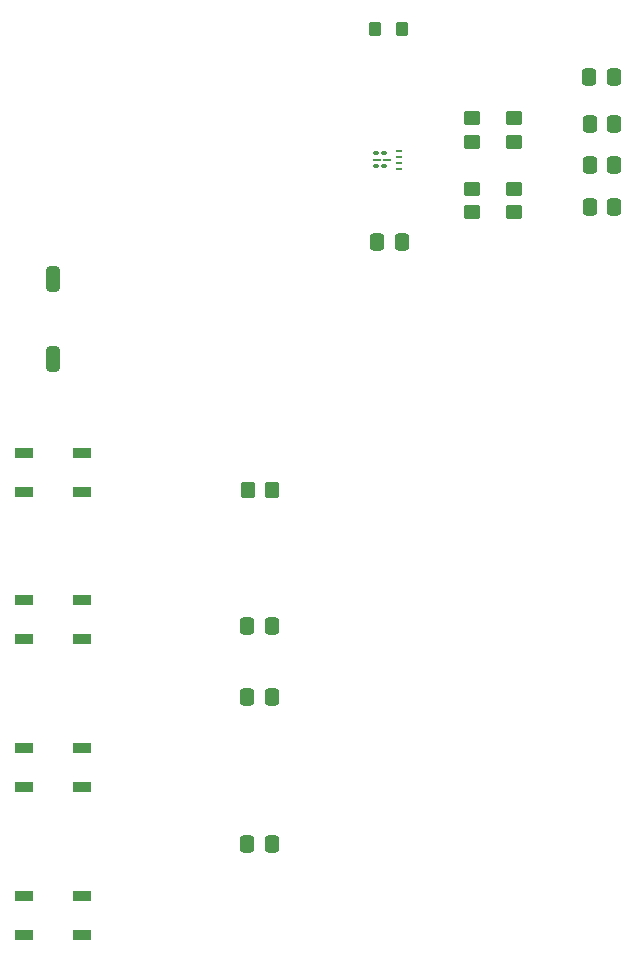
<source format=gbr>
%TF.GenerationSoftware,KiCad,Pcbnew,9.0.6*%
%TF.CreationDate,2025-11-19T01:17:59-05:00*%
%TF.ProjectId,pcb,7063622e-6b69-4636-9164-5f7063625858,rev?*%
%TF.SameCoordinates,Original*%
%TF.FileFunction,Paste,Top*%
%TF.FilePolarity,Positive*%
%FSLAX46Y46*%
G04 Gerber Fmt 4.6, Leading zero omitted, Abs format (unit mm)*
G04 Created by KiCad (PCBNEW 9.0.6) date 2025-11-19 01:17:59*
%MOMM*%
%LPD*%
G01*
G04 APERTURE LIST*
G04 Aperture macros list*
%AMRoundRect*
0 Rectangle with rounded corners*
0 $1 Rounding radius*
0 $2 $3 $4 $5 $6 $7 $8 $9 X,Y pos of 4 corners*
0 Add a 4 corners polygon primitive as box body*
4,1,4,$2,$3,$4,$5,$6,$7,$8,$9,$2,$3,0*
0 Add four circle primitives for the rounded corners*
1,1,$1+$1,$2,$3*
1,1,$1+$1,$4,$5*
1,1,$1+$1,$6,$7*
1,1,$1+$1,$8,$9*
0 Add four rect primitives between the rounded corners*
20,1,$1+$1,$2,$3,$4,$5,0*
20,1,$1+$1,$4,$5,$6,$7,0*
20,1,$1+$1,$6,$7,$8,$9,0*
20,1,$1+$1,$8,$9,$2,$3,0*%
G04 Aperture macros list end*
%ADD10RoundRect,0.250000X-0.337500X-0.475000X0.337500X-0.475000X0.337500X0.475000X-0.337500X0.475000X0*%
%ADD11RoundRect,0.087500X-0.150000X-0.087500X0.150000X-0.087500X0.150000X0.087500X-0.150000X0.087500X0*%
%ADD12RoundRect,0.050000X-0.262500X-0.050000X0.262500X-0.050000X0.262500X0.050000X-0.262500X0.050000X0*%
%ADD13RoundRect,0.062500X-0.162500X-0.062500X0.162500X-0.062500X0.162500X0.062500X-0.162500X0.062500X0*%
%ADD14RoundRect,0.250000X-0.450000X0.350000X-0.450000X-0.350000X0.450000X-0.350000X0.450000X0.350000X0*%
%ADD15RoundRect,0.090000X0.660000X0.360000X-0.660000X0.360000X-0.660000X-0.360000X0.660000X-0.360000X0*%
%ADD16RoundRect,0.250000X0.275000X0.350000X-0.275000X0.350000X-0.275000X-0.350000X0.275000X-0.350000X0*%
%ADD17RoundRect,0.090000X-0.660000X-0.360000X0.660000X-0.360000X0.660000X0.360000X-0.660000X0.360000X0*%
%ADD18RoundRect,0.250000X0.450000X-0.350000X0.450000X0.350000X-0.450000X0.350000X-0.450000X-0.350000X0*%
%ADD19RoundRect,0.250000X0.350000X0.450000X-0.350000X0.450000X-0.350000X-0.450000X0.350000X-0.450000X0*%
%ADD20RoundRect,0.250000X0.310000X-0.830000X0.310000X0.830000X-0.310000X0.830000X-0.310000X-0.830000X0*%
G04 APERTURE END LIST*
D10*
%TO.C,C4*%
X89182500Y-116575000D03*
X91257500Y-116575000D03*
%TD*%
%TO.C,C2*%
X89182500Y-98075000D03*
X91257500Y-98075000D03*
%TD*%
D11*
%TO.C,U1*%
X100082500Y-58075000D03*
X100082500Y-59175000D03*
D12*
X100158000Y-58625000D03*
D11*
X100757500Y-58075000D03*
X100757500Y-59175000D03*
D12*
X100983500Y-58625000D03*
D13*
X102020500Y-59375000D03*
X102020500Y-58875000D03*
X102020500Y-58375000D03*
X102020500Y-57875000D03*
%TD*%
D14*
%TO.C,R3*%
X111757500Y-61075000D03*
X111757500Y-63075000D03*
%TD*%
D15*
%TO.C,D4*%
X75170000Y-124225000D03*
X75170000Y-120925000D03*
X70270000Y-120925000D03*
X70270000Y-124225000D03*
%TD*%
D10*
%TO.C,C8*%
X118182500Y-62575000D03*
X120257500Y-62575000D03*
%TD*%
%TO.C,C7*%
X118145000Y-51575000D03*
X120220000Y-51575000D03*
%TD*%
D16*
%TO.C,L1*%
X102257500Y-47575000D03*
X99957500Y-47575000D03*
%TD*%
D10*
%TO.C,C1*%
X100182500Y-65575000D03*
X102257500Y-65575000D03*
%TD*%
D17*
%TO.C,D3*%
X70270000Y-108425000D03*
X70270000Y-111725000D03*
X75170000Y-111725000D03*
X75170000Y-108425000D03*
%TD*%
D10*
%TO.C,C6*%
X118182500Y-59075000D03*
X120257500Y-59075000D03*
%TD*%
D18*
%TO.C,R2*%
X108220000Y-57075000D03*
X108220000Y-55075000D03*
%TD*%
D17*
%TO.C,D2*%
X70270000Y-95925000D03*
X70270000Y-99225000D03*
X75170000Y-99225000D03*
X75170000Y-95925000D03*
%TD*%
D10*
%TO.C,C3*%
X89182500Y-104075000D03*
X91257500Y-104075000D03*
%TD*%
D18*
%TO.C,R5*%
X108220000Y-63075000D03*
X108220000Y-61075000D03*
%TD*%
D10*
%TO.C,C5*%
X118182500Y-55575000D03*
X120257500Y-55575000D03*
%TD*%
D19*
%TO.C,R1*%
X91257500Y-86575000D03*
X89257500Y-86575000D03*
%TD*%
D20*
%TO.C,SW1*%
X72720000Y-75440000D03*
X72720000Y-68710000D03*
%TD*%
D17*
%TO.C,D1*%
X70270000Y-83425000D03*
X70270000Y-86725000D03*
X75170000Y-86725000D03*
X75170000Y-83425000D03*
%TD*%
D18*
%TO.C,R4*%
X111757500Y-57075000D03*
X111757500Y-55075000D03*
%TD*%
M02*

</source>
